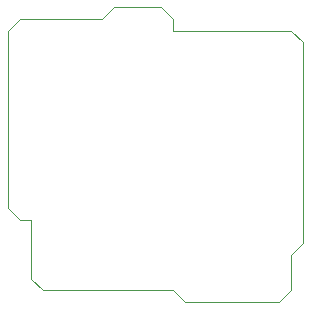
<source format=gbr>
%TF.GenerationSoftware,KiCad,Pcbnew,9.0.2*%
%TF.CreationDate,2025-06-02T21:33:08+02:00*%
%TF.ProjectId,transmitter_board,7472616e-736d-4697-9474-65725f626f61,rev?*%
%TF.SameCoordinates,Original*%
%TF.FileFunction,Profile,NP*%
%FSLAX46Y46*%
G04 Gerber Fmt 4.6, Leading zero omitted, Abs format (unit mm)*
G04 Created by KiCad (PCBNEW 9.0.2) date 2025-06-02 21:33:08*
%MOMM*%
%LPD*%
G01*
G04 APERTURE LIST*
%TA.AperFunction,Profile*%
%ADD10C,0.050000*%
%TD*%
G04 APERTURE END LIST*
D10*
X54000000Y-18000000D02*
X54000000Y-19000000D01*
X64000000Y-19000000D01*
X65000000Y-20000000D01*
X65000000Y-37000000D01*
X64000000Y-38000000D01*
X64000000Y-41000000D01*
X63000000Y-42000000D01*
X55000000Y-42000000D01*
X54000000Y-41000000D01*
X43000000Y-41000000D01*
X42000000Y-40000000D01*
X42000000Y-35000000D01*
X41000000Y-35000000D01*
X40000000Y-34000000D01*
X40000000Y-19000000D01*
X41000000Y-18000000D01*
X48000000Y-18000000D01*
X49000000Y-17000000D01*
X53000000Y-17000000D01*
X54000000Y-18000000D01*
M02*

</source>
